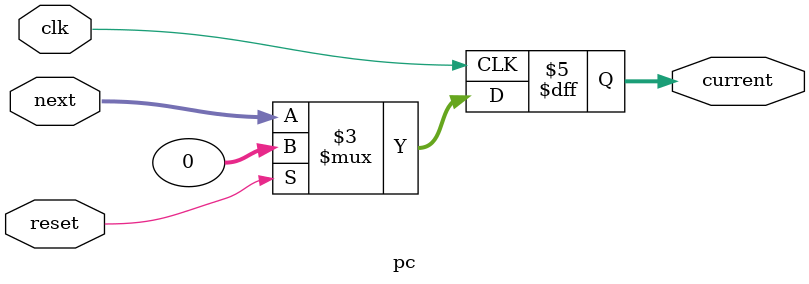
<source format=sv>
`timescale 1ns / 1ps


module pc(
    input logic clk, reset,
    input logic [31:0]next,
    output logic [31:0]current
    );
    
    always_ff@(posedge clk)
        if (reset) current <= 0;
        else current <= next;

endmodule

</source>
